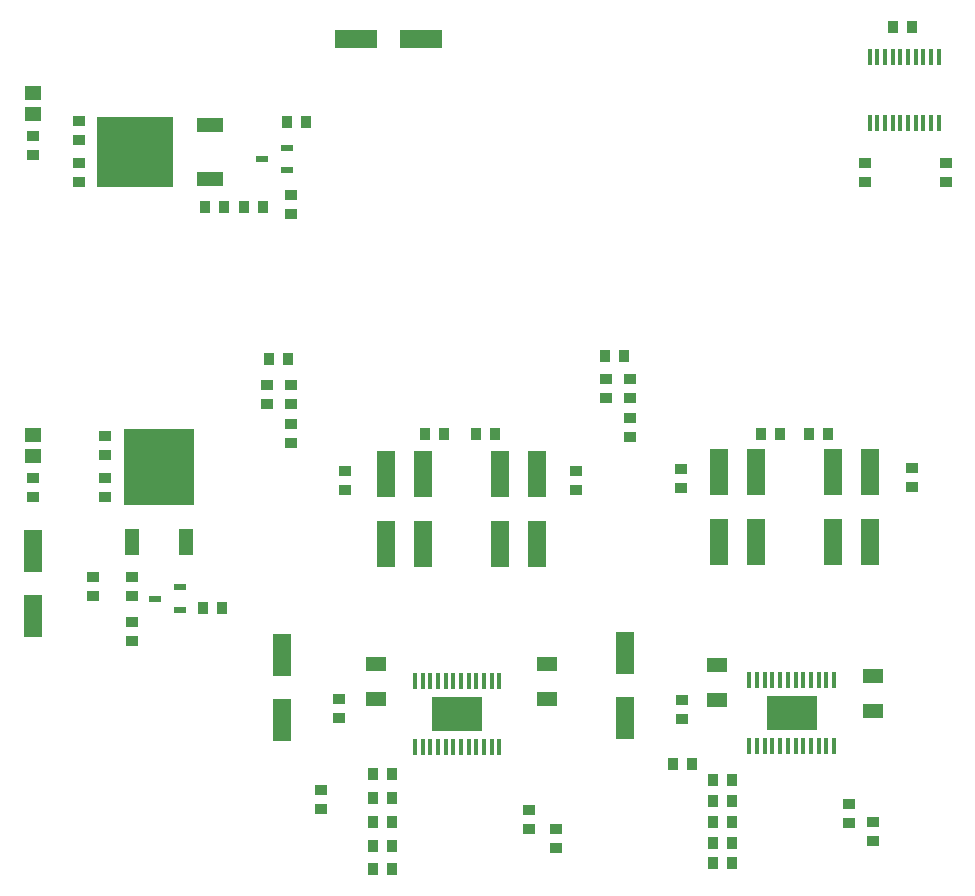
<source format=gtp>
G04 (created by PCBNEW (2013-05-18 BZR 4017)-stable) date Mon 15 Dec 2014 10:51:32 GMT*
%MOIN*%
G04 Gerber Fmt 3.4, Leading zero omitted, Abs format*
%FSLAX34Y34*%
G01*
G70*
G90*
G04 APERTURE LIST*
%ADD10C,0.00590551*%
%ADD11R,0.0906X0.0512*%
%ADD12R,0.2559X0.2323*%
%ADD13R,0.0165X0.0579*%
%ADD14R,0.0394X0.0236*%
%ADD15R,0.0709X0.0453*%
%ADD16R,0.0374X0.0394*%
%ADD17R,0.0394X0.0374*%
%ADD18R,0.0512X0.0906*%
%ADD19R,0.2323X0.2559*%
%ADD20R,0.0598X0.1535*%
%ADD21R,0.1417X0.063*%
%ADD22R,0.063X0.1417*%
%ADD23R,0.0571X0.0453*%
%ADD24R,0.1701X0.1181*%
G04 APERTURE END LIST*
G54D10*
G54D11*
X41500Y-26400D03*
G54D12*
X39000Y-25500D03*
G54D11*
X41500Y-24600D03*
G54D13*
X64522Y-24552D03*
X64778Y-24552D03*
X65034Y-24552D03*
X65290Y-24552D03*
X63758Y-22350D03*
X63754Y-24552D03*
X64010Y-24552D03*
X64266Y-24552D03*
X65546Y-22348D03*
X65290Y-22348D03*
X65034Y-22348D03*
X64778Y-22348D03*
X64522Y-22348D03*
X64266Y-22348D03*
X65546Y-24552D03*
X64010Y-22350D03*
X63498Y-24552D03*
X65802Y-24552D03*
X65802Y-22348D03*
X63498Y-22348D03*
G54D14*
X40516Y-40775D03*
X39684Y-40400D03*
X40516Y-40025D03*
X44066Y-26125D03*
X43234Y-25750D03*
X44066Y-25375D03*
G54D15*
X52750Y-42559D03*
X52750Y-43741D03*
X47050Y-42559D03*
X47050Y-43741D03*
X63600Y-42959D03*
X63600Y-44141D03*
X58400Y-42609D03*
X58400Y-43791D03*
G54D16*
X54685Y-32300D03*
X55315Y-32300D03*
X47565Y-48650D03*
X46935Y-48650D03*
X43485Y-32400D03*
X44115Y-32400D03*
X64285Y-21350D03*
X64915Y-21350D03*
X41965Y-27350D03*
X41335Y-27350D03*
G54D17*
X35600Y-25615D03*
X35600Y-24985D03*
X35600Y-37015D03*
X35600Y-36385D03*
X37150Y-25885D03*
X37150Y-26515D03*
X38000Y-36385D03*
X38000Y-37015D03*
X38900Y-41815D03*
X38900Y-41185D03*
X44200Y-26935D03*
X44200Y-27565D03*
G54D16*
X41285Y-40700D03*
X41915Y-40700D03*
G54D17*
X38900Y-40315D03*
X38900Y-39685D03*
G54D16*
X58915Y-48550D03*
X58285Y-48550D03*
X58285Y-49200D03*
X58915Y-49200D03*
X56935Y-45900D03*
X57565Y-45900D03*
G54D17*
X45200Y-47415D03*
X45200Y-46785D03*
G54D16*
X46935Y-49400D03*
X47565Y-49400D03*
X43265Y-27350D03*
X42635Y-27350D03*
G54D17*
X44200Y-34585D03*
X44200Y-35215D03*
X55500Y-34385D03*
X55500Y-35015D03*
X63350Y-26515D03*
X63350Y-25885D03*
X38000Y-34985D03*
X38000Y-35600D03*
X37150Y-24485D03*
X37150Y-25100D03*
X44200Y-33285D03*
X44200Y-33900D03*
X55500Y-33085D03*
X55500Y-33700D03*
G54D18*
X38900Y-38500D03*
G54D19*
X39800Y-36000D03*
G54D18*
X40700Y-38500D03*
G54D20*
X63526Y-38511D03*
X62274Y-38511D03*
X63526Y-36189D03*
X62274Y-36189D03*
X59726Y-38511D03*
X58474Y-38511D03*
X59726Y-36189D03*
X58474Y-36189D03*
X48626Y-38561D03*
X47374Y-38561D03*
X48626Y-36239D03*
X47374Y-36239D03*
X52426Y-38561D03*
X51174Y-38561D03*
X52426Y-36239D03*
X51174Y-36239D03*
G54D21*
X46367Y-21750D03*
X48533Y-21750D03*
G54D22*
X43900Y-44433D03*
X43900Y-42267D03*
X55350Y-44383D03*
X55350Y-42217D03*
X35600Y-38817D03*
X35600Y-40983D03*
G54D23*
X35600Y-24254D03*
X35600Y-23546D03*
X35600Y-35654D03*
X35600Y-34946D03*
G54D17*
X45800Y-43735D03*
X45800Y-44365D03*
X57250Y-43785D03*
X57250Y-44415D03*
X52150Y-47435D03*
X52150Y-48065D03*
X62800Y-47235D03*
X62800Y-47865D03*
X54700Y-33085D03*
X54700Y-33715D03*
X43400Y-33285D03*
X43400Y-33915D03*
X66050Y-26515D03*
X66050Y-25885D03*
X53050Y-48715D03*
X53050Y-48085D03*
G54D16*
X58915Y-47850D03*
X58285Y-47850D03*
X58915Y-47150D03*
X58285Y-47150D03*
G54D17*
X63600Y-48465D03*
X63600Y-47835D03*
G54D16*
X47565Y-47050D03*
X46935Y-47050D03*
X47565Y-47850D03*
X46935Y-47850D03*
G54D17*
X57200Y-36715D03*
X57200Y-36085D03*
G54D16*
X60515Y-34900D03*
X59885Y-34900D03*
X62115Y-34900D03*
X61485Y-34900D03*
G54D17*
X64900Y-36035D03*
X64900Y-36665D03*
X46000Y-36765D03*
X46000Y-36135D03*
G54D16*
X49315Y-34900D03*
X48685Y-34900D03*
X51015Y-34900D03*
X50385Y-34900D03*
G54D17*
X53700Y-36135D03*
X53700Y-36765D03*
G54D16*
X46935Y-46250D03*
X47565Y-46250D03*
X58285Y-46450D03*
X58915Y-46450D03*
G54D17*
X37600Y-39685D03*
X37600Y-40315D03*
G54D16*
X44715Y-24500D03*
X44085Y-24500D03*
G54D13*
X49622Y-45352D03*
X49878Y-45352D03*
X50134Y-45352D03*
X50390Y-45352D03*
X48858Y-43150D03*
X48854Y-45352D03*
X49110Y-45352D03*
X49366Y-45352D03*
X50646Y-43148D03*
X50390Y-43148D03*
X50134Y-43148D03*
X49878Y-43148D03*
X49622Y-43148D03*
X49366Y-43148D03*
X50646Y-45352D03*
X49110Y-43150D03*
X48598Y-45352D03*
X50902Y-45352D03*
X50902Y-43148D03*
X48598Y-43148D03*
X48343Y-45352D03*
X51157Y-45352D03*
X51157Y-43148D03*
X48343Y-43148D03*
G54D24*
X49750Y-44250D03*
G54D13*
X60772Y-45302D03*
X61028Y-45302D03*
X61284Y-45302D03*
X61540Y-45302D03*
X60008Y-43100D03*
X60004Y-45302D03*
X60260Y-45302D03*
X60516Y-45302D03*
X61796Y-43098D03*
X61540Y-43098D03*
X61284Y-43098D03*
X61028Y-43098D03*
X60772Y-43098D03*
X60516Y-43098D03*
X61796Y-45302D03*
X60260Y-43100D03*
X59748Y-45302D03*
X62052Y-45302D03*
X62052Y-43098D03*
X59748Y-43098D03*
X59493Y-45302D03*
X62307Y-45302D03*
X62307Y-43098D03*
X59493Y-43098D03*
G54D24*
X60900Y-44200D03*
M02*

</source>
